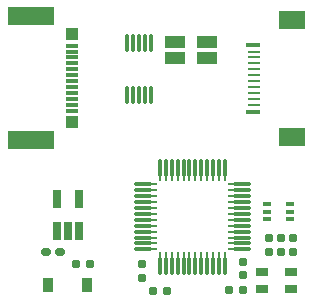
<source format=gbp>
%TF.GenerationSoftware,KiCad,Pcbnew,(6.0.10)*%
%TF.CreationDate,2023-02-04T16:55:40+01:00*%
%TF.ProjectId,twonkie,74776f6e-6b69-4652-9e6b-696361645f70,rev?*%
%TF.SameCoordinates,PX448d510PY20b3950*%
%TF.FileFunction,Paste,Bot*%
%TF.FilePolarity,Positive*%
%FSLAX46Y46*%
G04 Gerber Fmt 4.6, Leading zero omitted, Abs format (unit mm)*
G04 Created by KiCad (PCBNEW (6.0.10)) date 2023-02-04 16:55:40*
%MOMM*%
%LPD*%
G01*
G04 APERTURE LIST*
G04 Aperture macros list*
%AMRoundRect*
0 Rectangle with rounded corners*
0 $1 Rounding radius*
0 $2 $3 $4 $5 $6 $7 $8 $9 X,Y pos of 4 corners*
0 Add a 4 corners polygon primitive as box body*
4,1,4,$2,$3,$4,$5,$6,$7,$8,$9,$2,$3,0*
0 Add four circle primitives for the rounded corners*
1,1,$1+$1,$2,$3*
1,1,$1+$1,$4,$5*
1,1,$1+$1,$6,$7*
1,1,$1+$1,$8,$9*
0 Add four rect primitives between the rounded corners*
20,1,$1+$1,$2,$3,$4,$5,0*
20,1,$1+$1,$4,$5,$6,$7,0*
20,1,$1+$1,$6,$7,$8,$9,0*
20,1,$1+$1,$8,$9,$2,$3,0*%
G04 Aperture macros list end*
%ADD10R,1.250000X0.410000*%
%ADD11R,1.000000X0.260000*%
%ADD12R,2.200000X1.500000*%
%ADD13R,1.000000X0.300000*%
%ADD14R,1.000000X1.000000*%
%ADD15R,4.000000X1.500000*%
%ADD16RoundRect,0.062500X-0.062500X0.375000X-0.062500X-0.375000X0.062500X-0.375000X0.062500X0.375000X0*%
%ADD17RoundRect,0.075000X-0.075000X0.662500X-0.075000X-0.662500X0.075000X-0.662500X0.075000X0.662500X0*%
%ADD18RoundRect,0.075000X-0.662500X0.075000X-0.662500X-0.075000X0.662500X-0.075000X0.662500X0.075000X0*%
%ADD19RoundRect,0.062500X-0.375000X0.062500X-0.375000X-0.062500X0.375000X-0.062500X0.375000X0.062500X0*%
%ADD20RoundRect,0.160000X0.197500X0.160000X-0.197500X0.160000X-0.197500X-0.160000X0.197500X-0.160000X0*%
%ADD21R,0.650000X1.560000*%
%ADD22RoundRect,0.155000X-0.155000X0.212500X-0.155000X-0.212500X0.155000X-0.212500X0.155000X0.212500X0*%
%ADD23RoundRect,0.155000X0.212500X0.155000X-0.212500X0.155000X-0.212500X-0.155000X0.212500X-0.155000X0*%
%ADD24R,1.000000X0.800000*%
%ADD25R,0.900000X1.200000*%
%ADD26RoundRect,0.075000X0.075000X-0.650000X0.075000X0.650000X-0.075000X0.650000X-0.075000X-0.650000X0*%
%ADD27RoundRect,0.160000X0.160000X-0.197500X0.160000X0.197500X-0.160000X0.197500X-0.160000X-0.197500X0*%
%ADD28RoundRect,0.160000X0.222500X0.160000X-0.222500X0.160000X-0.222500X-0.160000X0.222500X-0.160000X0*%
%ADD29RoundRect,0.155000X-0.212500X-0.155000X0.212500X-0.155000X0.212500X0.155000X-0.212500X0.155000X0*%
%ADD30R,0.650000X0.400000*%
%ADD31R,1.750000X1.100000*%
G04 APERTURE END LIST*
D10*
%TO.C,J1*%
X20965000Y-9175000D03*
D11*
X21090000Y-8600000D03*
X21090000Y-8100000D03*
X21090000Y-7600000D03*
X21090000Y-7100000D03*
X21090000Y-6600000D03*
X21090000Y-6100000D03*
X21090000Y-5600000D03*
X21090000Y-5100000D03*
X21090000Y-4600000D03*
X21090000Y-4100000D03*
D10*
X20965000Y-3525000D03*
D12*
X24290000Y-11300000D03*
X24290000Y-1400000D03*
%TD*%
D13*
%TO.C,J2*%
X5675000Y-9100000D03*
X5675000Y-8600000D03*
X5675000Y-8100000D03*
X5675000Y-7600000D03*
X5675000Y-7100000D03*
X5675000Y-6600000D03*
X5675000Y-6100000D03*
X5675000Y-5600000D03*
X5675000Y-5100000D03*
X5675000Y-4600000D03*
X5675000Y-4100000D03*
X5675000Y-3600000D03*
D14*
X5675000Y-10100000D03*
X5675000Y-2600000D03*
D15*
X2215000Y-1100000D03*
X2215000Y-11600000D03*
%TD*%
D16*
%TO.C,U4*%
X13125000Y-14660000D03*
D17*
X13125000Y-13935000D03*
D16*
X13625000Y-14660000D03*
D17*
X13625000Y-13935000D03*
X14125000Y-13935000D03*
D16*
X14125000Y-14660000D03*
D17*
X14625000Y-13935000D03*
D16*
X14625000Y-14660000D03*
X15125000Y-14660000D03*
D17*
X15125000Y-13935000D03*
D16*
X15625000Y-14660000D03*
D17*
X15625000Y-13935000D03*
D16*
X16125000Y-14660000D03*
D17*
X16125000Y-13935000D03*
D16*
X16625000Y-14660000D03*
D17*
X16625000Y-13935000D03*
D16*
X17125000Y-14660000D03*
D17*
X17125000Y-13935000D03*
X17625000Y-13935000D03*
D16*
X17625000Y-14660000D03*
X18125000Y-14660000D03*
D17*
X18125000Y-13935000D03*
D16*
X18625000Y-14660000D03*
D17*
X18625000Y-13935000D03*
D18*
X20037500Y-15347500D03*
D19*
X19312500Y-15347500D03*
D18*
X20037500Y-15847500D03*
D19*
X19312500Y-15847500D03*
D18*
X20037500Y-16347500D03*
D19*
X19312500Y-16347500D03*
X19312500Y-16847500D03*
D18*
X20037500Y-16847500D03*
X20037500Y-17347500D03*
D19*
X19312500Y-17347500D03*
X19312500Y-17847500D03*
D18*
X20037500Y-17847500D03*
D19*
X19312500Y-18347500D03*
D18*
X20037500Y-18347500D03*
D19*
X19312500Y-18847500D03*
D18*
X20037500Y-18847500D03*
X20037500Y-19347500D03*
D19*
X19312500Y-19347500D03*
X19312500Y-19847500D03*
D18*
X20037500Y-19847500D03*
D19*
X19312500Y-20347500D03*
D18*
X20037500Y-20347500D03*
D19*
X19312500Y-20847500D03*
D18*
X20037500Y-20847500D03*
D17*
X18625000Y-22260000D03*
D16*
X18625000Y-21535000D03*
D17*
X18125000Y-22260000D03*
D16*
X18125000Y-21535000D03*
X17625000Y-21535000D03*
D17*
X17625000Y-22260000D03*
X17125000Y-22260000D03*
D16*
X17125000Y-21535000D03*
D17*
X16625000Y-22260000D03*
D16*
X16625000Y-21535000D03*
D17*
X16125000Y-22260000D03*
D16*
X16125000Y-21535000D03*
X15625000Y-21535000D03*
D17*
X15625000Y-22260000D03*
D16*
X15125000Y-21535000D03*
D17*
X15125000Y-22260000D03*
D16*
X14625000Y-21535000D03*
D17*
X14625000Y-22260000D03*
X14125000Y-22260000D03*
D16*
X14125000Y-21535000D03*
D17*
X13625000Y-22260000D03*
D16*
X13625000Y-21535000D03*
D17*
X13125000Y-22260000D03*
D16*
X13125000Y-21535000D03*
D19*
X12437500Y-20847500D03*
D18*
X11712500Y-20847500D03*
D19*
X12437500Y-20347500D03*
D18*
X11712500Y-20347500D03*
D19*
X12437500Y-19847500D03*
D18*
X11712500Y-19847500D03*
X11712500Y-19347500D03*
D19*
X12437500Y-19347500D03*
D18*
X11712500Y-18847500D03*
D19*
X12437500Y-18847500D03*
X12437500Y-18347500D03*
D18*
X11712500Y-18347500D03*
D19*
X12437500Y-17847500D03*
D18*
X11712500Y-17847500D03*
D19*
X12437500Y-17347500D03*
D18*
X11712500Y-17347500D03*
X11712500Y-16847500D03*
D19*
X12437500Y-16847500D03*
X12437500Y-16347500D03*
D18*
X11712500Y-16347500D03*
D19*
X12437500Y-15847500D03*
D18*
X11712500Y-15847500D03*
X11712500Y-15347500D03*
D19*
X12437500Y-15347500D03*
%TD*%
D20*
%TO.C,R4*%
X20155500Y-24257000D03*
X18960500Y-24257000D03*
%TD*%
D21*
%TO.C,U3*%
X6284000Y-19282400D03*
X5334000Y-19282400D03*
X4384000Y-19282400D03*
X4384000Y-16582400D03*
X6284000Y-16582400D03*
%TD*%
D22*
%TO.C,C3*%
X20193000Y-21911500D03*
X20193000Y-23046500D03*
%TD*%
D23*
%TO.C,C7*%
X13712000Y-24384000D03*
X12577000Y-24384000D03*
%TD*%
D24*
%TO.C,DS1*%
X24237000Y-22795000D03*
X24237000Y-24195000D03*
X21737000Y-24195000D03*
X21737000Y-22795000D03*
%TD*%
D25*
%TO.C,D1*%
X3684000Y-23825200D03*
X6984000Y-23825200D03*
%TD*%
D26*
%TO.C,U1*%
X12368000Y-7788000D03*
X11868000Y-7788000D03*
X11368000Y-7788000D03*
X10868000Y-7788000D03*
X10368000Y-7788000D03*
X10368000Y-3388000D03*
X10868000Y-3388000D03*
X11368000Y-3388000D03*
X11868000Y-3388000D03*
X12368000Y-3388000D03*
%TD*%
D27*
%TO.C,R3*%
X22352000Y-21044500D03*
X22352000Y-19849500D03*
%TD*%
%TO.C,R5*%
X24384000Y-21044500D03*
X24384000Y-19849500D03*
%TD*%
D28*
%TO.C,FB1*%
X4636500Y-21031200D03*
X3491500Y-21031200D03*
%TD*%
D29*
%TO.C,C1*%
X6036500Y-22047200D03*
X7171500Y-22047200D03*
%TD*%
D30*
%TO.C,Q4*%
X22225000Y-18303000D03*
X22225000Y-17653000D03*
X22225000Y-17003000D03*
X24125000Y-17003000D03*
X24125000Y-17653000D03*
X24125000Y-18303000D03*
%TD*%
D27*
%TO.C,R2*%
X23368000Y-21044500D03*
X23368000Y-19849500D03*
%TD*%
D22*
%TO.C,C8*%
X11620500Y-22102000D03*
X11620500Y-23237000D03*
%TD*%
D31*
%TO.C,R28*%
X14398400Y-4662400D03*
X14398400Y-3262400D03*
X17148400Y-3262400D03*
X17148400Y-4662400D03*
%TD*%
M02*

</source>
